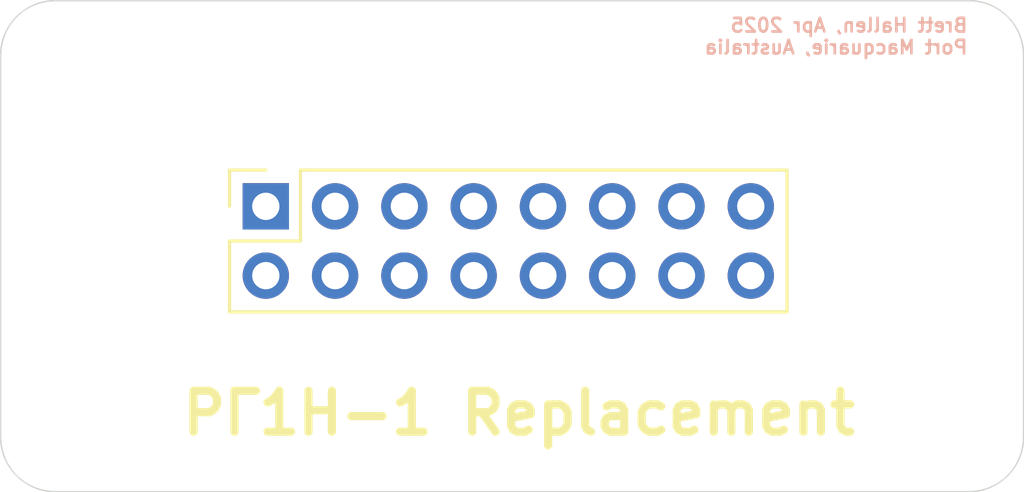
<source format=kicad_pcb>
(kicad_pcb (version 20241229) (generator "pcbnew") (generator_version "9.0")
  (title_block (date "29-Apr-2025") (rev "A") (company "Brett Hallen") (comment 1 "www.youtube.com/@Brfff"))
  (layers (0 "F.Cu" signal) (2 "B.Cu" signal) (13 "F.Paste" user) (15 "B.Paste" user) (5 "F.SilkS" user "F.Silkscreen") (7 "B.SilkS" user "B.Silkscreen") (1 "F.Mask" user) (3 "B.Mask" user) (25 "Edge.Cuts" user))
  (net 0 "")
  (footprint "MountingHole:MountingHole_3.2mm_M3" (layer "F.Cu") (at 106.487631 64.875488)
    (property "Reference" "H2" (hide yes))
    (property "Value" "MountingHole" (hide yes))
    (pad "" np_thru_hole circle (at 0 0) (size 3.2 3.2) (drill 3.2) (layers "*.Cu" "*.Mask"))
  )
  (footprint "MountingHole:MountingHole_3.2mm_M3" (layer "F.Cu") (at 76.487631 64.875488)
    (property "Reference" "H1" (hide yes))
    (property "Value" "MountingHole" (hide yes))
    (pad "" np_thru_hole circle (at 0 0) (size 3.2 3.2) (drill 3.2) (layers "*.Cu" "*.Mask"))
  )
  (footprint "Connector_PinHeader_2.54mm:PinHeader_2x08_P2.54mm_Vertical" (layer "F.Cu") (at 82.72 65.54 90)
    (property "Reference" "J1" (hide yes))
    (property "Value" "РГ1Н-1" (hide yes))
    (fp_line (start 3.33 -1.33) (end 2 -1.33) (stroke (width 0.12)) (layer "F.SilkS"))
    (fp_line (start 0.73 -1.33) (end -1.87 -1.33) (stroke (width 0.12)) (layer "F.SilkS"))
    (fp_line (start -1.87 -1.33) (end -1.87 19.11) (stroke (width 0.12)) (layer "F.SilkS"))
    (fp_line (start 3.33 0) (end 3.33 -1.33) (stroke (width 0.12)) (layer "F.SilkS"))
    (fp_line (start 3.33 1.27) (end 0.73 1.27) (stroke (width 0.12)) (layer "F.SilkS"))
    (fp_line (start 3.33 1.27) (end 3.33 19.11) (stroke (width 0.12)) (layer "F.SilkS"))
    (fp_line (start 0.73 1.27) (end 0.73 -1.33) (stroke (width 0.12)) (layer "F.SilkS"))
    (fp_line (start 3.33 19.11) (end -1.87 19.11) (stroke (width 0.12)) (layer "F.SilkS"))
    (pad "1" thru_hole rect (at 2 0 90) (size 1.7 1.7) (drill 1) (layers "*.Cu" "*.Mask"))
    (pad "2" thru_hole oval (at 2 2.54 90) (size 1.7 1.7) (drill 1) (layers "*.Cu" "*.Mask"))
    (pad "3" thru_hole oval (at 2 5.08 90) (size 1.7 1.7) (drill 1) (layers "*.Cu" "*.Mask"))
    (pad "4" thru_hole oval (at 2 7.62 90) (size 1.7 1.7) (drill 1) (layers "*.Cu" "*.Mask"))
    (pad "5" thru_hole oval (at 2 10.16 90) (size 1.7 1.7) (drill 1) (layers "*.Cu" "*.Mask"))
    (pad "6" thru_hole oval (at 2 12.7 90) (size 1.7 1.7) (drill 1) (layers "*.Cu" "*.Mask"))
    (pad "7" thru_hole oval (at 2 15.24 90) (size 1.7 1.7) (drill 1) (layers "*.Cu" "*.Mask"))
    (pad "8" thru_hole oval (at 2 17.78 90) (size 1.7 1.7) (drill 1) (layers "*.Cu" "*.Mask"))
    (pad "9" thru_hole oval (at -0.54 17.78 90) (size 1.7 1.7) (drill 1) (layers "*.Cu" "*.Mask"))
    (pad "10" thru_hole oval (at -0.54 15.24 90) (size 1.7 1.7) (drill 1) (layers "*.Cu" "*.Mask"))
    (pad "11" thru_hole oval (at -0.54 12.7 90) (size 1.7 1.7) (drill 1) (layers "*.Cu" "*.Mask"))
    (pad "12" thru_hole oval (at -0.54 10.16 90) (size 1.7 1.7) (drill 1) (layers "*.Cu" "*.Mask"))
    (pad "13" thru_hole oval (at -0.54 7.62 90) (size 1.7 1.7) (drill 1) (layers "*.Cu" "*.Mask"))
    (pad "14" thru_hole oval (at -0.54 5.08 90) (size 1.7 1.7) (drill 1) (layers "*.Cu" "*.Mask"))
    (pad "15" thru_hole oval (at -0.54 2.54 90) (size 1.7 1.7) (drill 1) (layers "*.Cu" "*.Mask"))
    (pad "16" thru_hole oval (at -0.54 0 90) (size 1.7 1.7) (drill 1) (layers "*.Cu" "*.Mask"))
  )
  (gr_line (start 75 56) (end 108.5 56) (stroke (width 0.05)) (layer "Edge.Cuts"))
  (gr_arc (start 75 74) (mid 73.585786 73.414214) (end 73 72) (stroke (width 0.05)) (layer "Edge.Cuts"))
  (gr_arc (start 73 58) (mid 73.585786 56.585786) (end 75 56) (stroke (width 0.05)) (layer "Edge.Cuts"))
  (gr_arc (start 108.5 56) (mid 109.914214 56.585786) (end 110.5 58) (stroke (width 0.05)) (layer "Edge.Cuts"))
  (gr_line (start 73 72) (end 73 58) (stroke (width 0.05)) (layer "Edge.Cuts"))
  (gr_line (start 108.5 74) (end 75 74) (stroke (width 0.05)) (layer "Edge.Cuts"))
  (gr_line (start 110.5 58) (end 110.5 72) (stroke (width 0.05)) (layer "Edge.Cuts"))
  (gr_arc (start 110.5 72) (mid 109.914214 73.414214) (end 108.5 74) (stroke (width 0.05)) (layer "Edge.Cuts"))
  (gr_text "РГ1Н-1 Replacement" (at 92 72 0) (layer "F.SilkS") (effects (font (size 1.5 1.5) (thickness 0.3) (bold yes)) (justify bottom)))
  (gr_text "Brett Hallen, Apr 2025\nPort Macquarie, Australia" (at 108.5 58 0) (layer "B.SilkS") (effects (font (size 0.5 0.5) (thickness 0.1) (bold yes)) (justify left bottom mirror)))
)
</source>
